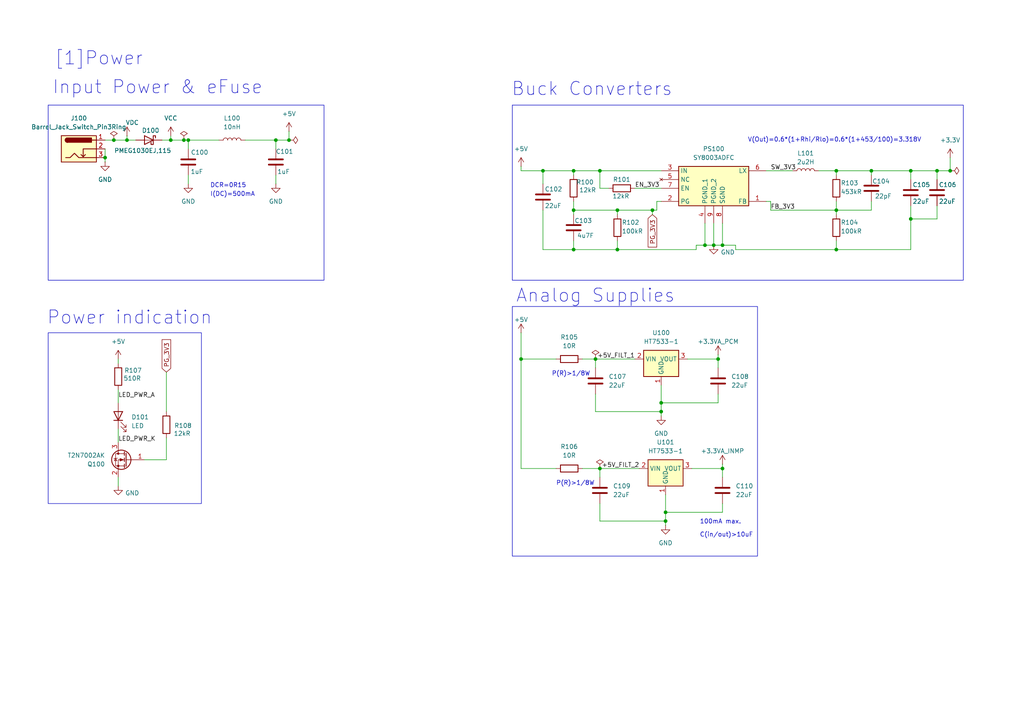
<source format=kicad_sch>
(kicad_sch (version 20231120) (generator "eeschema") (generator_version "8.0")
  (paper "A4")
  (lib_symbols
    (symbol "+5V_1" (power) (pin_numbers hide) (pin_names (offset 0) hide)
      (property "Value" "+5V" (at 0 3.556 0))
      (symbol "+5V_1_0_1"
        (polyline (pts (xy -0.762 1.27) (xy 0 2.54)))
        (polyline (pts (xy 0 0) (xy 0 2.54)))
        (polyline (pts (xy 0 2.54) (xy 0.762 1.27)))
      )
      (symbol "+5V_1_1_1"
        (pin power_in line (at 0 0 90) (length 0) (name "~") (number "1"))
      )
    )
    (symbol "Connector:Barrel_Jack_Switch_Pin3Ring" (pin_names hide)
      (property "Reference" "J" (at 0 5.334 0))
      (property "Value" "Barrel_Jack_Switch_Pin3Ring" (at 0 -5.08 0))
      (symbol "Barrel_Jack_Switch_Pin3Ring_0_1"
        (rectangle (start -5.08 3.81) (end 5.08 -3.81) (stroke (width 0.254)) (fill (type background)))
        (arc (start -3.302 3.175) (mid -3.9343 2.54) (end -3.302 1.905) (stroke (width 0.254)))
        (arc (start -3.302 3.175) (mid -3.9343 2.54) (end -3.302 1.905) (stroke (width 0.254)) (fill (type outline)))
        (polyline (pts (xy 1.27 -2.286) (xy 1.905 -1.651)) (stroke (width 0.254)))
        (polyline (pts (xy 5.08 2.54) (xy 3.81 2.54)) (stroke (width 0.254)))
        (polyline (pts (xy 5.08 0) (xy 1.27 0) (xy 1.27 -2.286) (xy 0.635 -1.651)) (stroke (width 0.254)))
        (polyline (pts (xy -3.81 -2.54) (xy -2.54 -2.54) (xy -1.27 -1.27) (xy 0 -2.54) (xy 2.54 -2.54) (xy 5.08 -2.54)) (stroke (width 0.254)))
        (rectangle (start 3.683 3.175) (end -3.302 1.905) (stroke (width 0.254)) (fill (type outline)))
      )
      (symbol "Barrel_Jack_Switch_Pin3Ring_1_1"
        (pin passive line (at 7.62 2.54 180) (length 2.54) (name "~") (number "1"))
        (pin passive line (at 7.62 0 180) (length 2.54) (name "~") (number "2"))
        (pin passive line (at 7.62 -2.54 180) (length 2.54) (name "~") (number "3"))
      )
    )
    (symbol "Device:C" (pin_numbers hide) (pin_names (offset 0.254))
      (property "Reference" "C" (at 0.635 2.54 0))
      (property "Value" "C" (at 0.635 -2.54 0))
      (symbol "C_0_1"
        (polyline (pts (xy -2.032 -0.762) (xy 2.032 -0.762)) (stroke (width 0.508)))
        (polyline (pts (xy -2.032 0.762) (xy 2.032 0.762)) (stroke (width 0.508)))
      )
      (symbol "C_1_1"
        (pin passive line (at 0 3.81 270) (length 2.794) (name "~") (number "1"))
        (pin passive line (at 0 -3.81 90) (length 2.794) (name "~") (number "2"))
      )
    )
    (symbol "Device:D_Schottky" (pin_numbers hide) (pin_names (offset 1.016) hide)
      (property "Reference" "D" (at 0 2.54 0))
      (property "Value" "D_Schottky" (at 0 -2.54 0))
      (symbol "D_Schottky_0_1"
        (polyline (pts (xy 1.27 0) (xy -1.27 0)))
        (polyline (pts (xy 1.27 1.27) (xy 1.27 -1.27) (xy -1.27 0) (xy 1.27 1.27)) (stroke (width 0.254)))
        (polyline (pts (xy -1.905 0.635) (xy -1.905 1.27) (xy -1.27 1.27) (xy -1.27 -1.27) (xy -0.635 -1.27) (xy -0.635 -0.635)) (stroke (width 0.254)))
      )
      (symbol "D_Schottky_1_1"
        (pin passive line (at -3.81 0 0) (length 2.54) (name "K") (number "1"))
        (pin passive line (at 3.81 0 180) (length 2.54) (name "A") (number "2"))
      )
    )
    (symbol "Device:L" (pin_numbers hide) (pin_names (offset 1.016) hide)
      (property "Reference" "L" (at -1.27 0 90))
      (property "Value" "L" (at 1.905 0 90))
      (symbol "L_0_1"
        (arc (start 0 -2.54) (mid 0.6323 -1.905) (end 0 -1.27))
        (arc (start 0 -1.27) (mid 0.6323 -0.635) (end 0 0))
        (arc (start 0 0) (mid 0.6323 0.635) (end 0 1.27))
        (arc (start 0 1.27) (mid 0.6323 1.905) (end 0 2.54))
      )
      (symbol "L_1_1"
        (pin passive line (at 0 3.81 270) (length 1.27) (name "1") (number "1"))
        (pin passive line (at 0 -3.81 90) (length 1.27) (name "2") (number "2"))
      )
    )
    (symbol "Device:LED" (pin_numbers hide) (pin_names (offset 1.016) hide)
      (property "Reference" "D" (at 0 2.54 0))
      (property "Value" "LED" (at 0 -2.54 0))
      (symbol "LED_0_1"
        (polyline (pts (xy -1.27 -1.27) (xy -1.27 1.27)) (stroke (width 0.254)))
        (polyline (pts (xy -1.27 0) (xy 1.27 0)))
        (polyline (pts (xy 1.27 -1.27) (xy 1.27 1.27) (xy -1.27 0) (xy 1.27 -1.27)) (stroke (width 0.254)))
        (polyline (pts (xy -3.048 -0.762) (xy -4.572 -2.286) (xy -3.81 -2.286) (xy -4.572 -2.286) (xy -4.572 -1.524)))
        (polyline (pts (xy -1.778 -0.762) (xy -3.302 -2.286) (xy -2.54 -2.286) (xy -3.302 -2.286) (xy -3.302 -1.524)))
      )
      (symbol "LED_1_1"
        (pin passive line (at -3.81 0 0) (length 2.54) (name "K") (number "1"))
        (pin passive line (at 3.81 0 180) (length 2.54) (name "A") (number "2"))
      )
    )
    (symbol "Device:R" (pin_numbers hide) (pin_names (offset 0))
      (property "Reference" "R" (at 2.032 0 90))
      (property "Value" "R" (at 0 0 90))
      (symbol "R_0_1"
        (rectangle (start -1.016 -2.54) (end 1.016 2.54) (stroke (width 0.254)))
      )
      (symbol "R_1_1"
        (pin passive line (at 0 3.81 270) (length 1.27) (name "~") (number "1"))
        (pin passive line (at 0 -3.81 90) (length 1.27) (name "~") (number "2"))
      )
    )
    (symbol "Regulator_Linear:HT75xx-1-SOT89"
      (property "Reference" "U" (at -5.08 -3.81 0))
      (property "Value" "HT75xx-1-SOT89" (at 0 6.35 0))
      (symbol "HT75xx-1-SOT89_0_1"
        (rectangle (start -5.08 5.08) (end 5.08 -2.54) (stroke (width 0.254)) (fill (type background)))
      )
      (symbol "HT75xx-1-SOT89_1_1"
        (pin power_in line (at 0 -5.08 90) (length 2.54) (name "GND") (number "1"))
        (pin power_in line (at -7.62 2.54 0) (length 2.54) (name "VIN") (number "2"))
        (pin power_out line (at 7.62 2.54 180) (length 2.54) (name "VOUT") (number "3"))
      )
    )
    (symbol "Transistor_FET:T2N7002AK" (pin_names hide)
      (property "Reference" "Q" (at 5.08 1.905 0))
      (property "Value" "T2N7002AK" (at 5.08 0 0))
      (symbol "T2N7002AK_0_1"
        (polyline (pts (xy 0.254 0) (xy -2.54 0)))
        (polyline (pts (xy 0.254 1.905) (xy 0.254 -1.905)) (stroke (width 0.254)))
        (polyline (pts (xy 0.762 -1.27) (xy 0.762 -2.286)) (stroke (width 0.254)))
        (polyline (pts (xy 0.762 0.508) (xy 0.762 -0.508)) (stroke (width 0.254)))
        (polyline (pts (xy 0.762 2.286) (xy 0.762 1.27)) (stroke (width 0.254)))
        (polyline (pts (xy 2.54 2.54) (xy 2.54 1.778)))
        (polyline (pts (xy 2.54 -2.54) (xy 2.54 0) (xy 0.762 0)))
        (polyline (pts (xy 0.762 -1.778) (xy 3.302 -1.778) (xy 3.302 1.778) (xy 0.762 1.778)))
        (polyline (pts (xy 1.016 0) (xy 2.032 0.381) (xy 2.032 -0.381) (xy 1.016 0)) (fill (type outline)))
        (polyline (pts (xy 2.794 0.508) (xy 2.921 0.381) (xy 3.683 0.381) (xy 3.81 0.254)))
        (polyline (pts (xy 3.302 0.381) (xy 2.921 -0.254) (xy 3.683 -0.254) (xy 3.302 0.381)))
        (circle (center 1.651 0) (radius 2.794) (stroke (width 0.254)))
        (circle (center 2.54 -1.778) (radius 0.254) (fill (type outline)))
        (circle (center 2.54 1.778) (radius 0.254) (fill (type outline)))
      )
      (symbol "T2N7002AK_1_1"
        (pin input line (at -5.08 0 0) (length 2.54) (name "G") (number "1"))
        (pin passive line (at 2.54 -5.08 90) (length 2.54) (name "S") (number "2"))
        (pin passive line (at 2.54 5.08 270) (length 2.54) (name "D") (number "3"))
      )
    )
    (symbol "power:+3.3V" (power) (pin_numbers hide) (pin_names (offset 0) hide)
      (property "Value" "+3.3V" (at 0 3.556 0))
      (symbol "+3.3V_0_1"
        (polyline (pts (xy -0.762 1.27) (xy 0 2.54)))
        (polyline (pts (xy 0 0) (xy 0 2.54)))
        (polyline (pts (xy 0 2.54) (xy 0.762 1.27)))
      )
      (symbol "+3.3V_1_1"
        (pin power_in line (at 0 0 90) (length 0) (name "~") (number "1"))
      )
    )
    (symbol "power:+3.3VA" (power) (pin_numbers hide) (pin_names (offset 0) hide)
      (property "Value" "+3.3VA" (at 0 3.556 0))
      (symbol "+3.3VA_0_1"
        (polyline (pts (xy -0.762 1.27) (xy 0 2.54)))
        (polyline (pts (xy 0 0) (xy 0 2.54)))
        (polyline (pts (xy 0 2.54) (xy 0.762 1.27)))
      )
      (symbol "+3.3VA_1_1"
        (pin power_in line (at 0 0 90) (length 0) (name "~") (number "1"))
      )
    )
    (symbol "power:+5V" (power) (pin_numbers hide) (pin_names (offset 0) hide)
      (property "Value" "+5V" (at 0 3.556 0))
      (symbol "+5V_0_1"
        (polyline (pts (xy -0.762 1.27) (xy 0 2.54)))
        (polyline (pts (xy 0 0) (xy 0 2.54)))
        (polyline (pts (xy 0 2.54) (xy 0.762 1.27)))
      )
      (symbol "+5V_1_1"
        (pin power_in line (at 0 0 90) (length 0) (name "~") (number "1"))
      )
    )
    (symbol "power:GND" (power) (pin_numbers hide) (pin_names (offset 0) hide)
      (property "Value" "GND" (at 0 -3.81 0))
      (symbol "GND_0_1"
        (polyline (pts (xy 0 0) (xy 0 -1.27) (xy 1.27 -1.27) (xy 0 -2.54) (xy -1.27 -1.27) (xy 0 -1.27)))
      )
      (symbol "GND_1_1"
        (pin power_in line (at 0 0 270) (length 0) (name "~") (number "1"))
      )
    )
    (symbol "power:PWR_FLAG" (power) (pin_numbers hide) (pin_names (offset 0) hide)
      (property "Value" "PWR_FLAG" (at 0 3.81 0))
      (symbol "PWR_FLAG_0_0"
        (pin power_out line (at 0 0 90) (length 0) (name "~") (number "1"))
      )
      (symbol "PWR_FLAG_0_1"
        (polyline (pts (xy 0 0) (xy 0 1.27) (xy -1.016 1.905) (xy 0 2.54) (xy 1.016 1.905) (xy 0 1.27)))
      )
    )
    (symbol "power:VCC" (power) (pin_numbers hide) (pin_names (offset 0) hide)
      (property "Value" "VCC" (at 0 3.556 0))
      (symbol "VCC_0_1"
        (polyline (pts (xy -0.762 1.27) (xy 0 2.54)))
        (polyline (pts (xy 0 0) (xy 0 2.54)))
        (polyline (pts (xy 0 2.54) (xy 0.762 1.27)))
      )
      (symbol "VCC_1_1"
        (pin power_in line (at 0 0 90) (length 0) (name "~") (number "1"))
      )
    )
    (symbol "power:VDC" (power) (pin_numbers hide) (pin_names (offset 0) hide)
      (property "Value" "VDC" (at 0 3.556 0))
      (symbol "VDC_0_1"
        (polyline (pts (xy -0.762 1.27) (xy 0 2.54)))
        (polyline (pts (xy 0 0) (xy 0 2.54)))
        (polyline (pts (xy 0 2.54) (xy 0.762 1.27)))
      )
      (symbol "VDC_1_1"
        (pin power_in line (at 0 0 90) (length 0) (name "~") (number "1"))
      )
    )
    (symbol "rpi_pico_media_board_power:SY8003ADFC"
      (property "Reference" "PS" (at 4.318 4.826 0))
      (property "Value" "SY8003ADFC" (at 4.318 2.286 0))
      (symbol "SY8003ADFC_1_1"
        (rectangle (start 0 0) (end 20.32 -11.43) (stroke (width 0.254)) (fill (type background)))
        (pin passive line (at 25.4 -10.16 180) (length 5.08) (name "FB") (number "1"))
        (pin passive line (at -5.08 -10.16 0) (length 5.08) (name "PG") (number "2"))
        (pin passive line (at -5.08 -1.27 0) (length 5.08) (name "IN") (number "3"))
        (pin passive line (at 7.62 -16.51 90) (length 5.08) (name "PGND_1") (number "4"))
        (pin no_connect line (at -5.08 -3.81 0) (length 5.08) (name "NC") (number "5"))
        (pin passive line (at 25.4 -1.27 180) (length 5.08) (name "LX") (number "6"))
        (pin passive line (at -5.08 -6.35 0) (length 5.08) (name "EN") (number "7"))
        (pin passive line (at 12.7 -16.51 90) (length 5.08) (name "SGND") (number "8"))
        (pin passive line (at 10.16 -16.51 90) (length 5.08) (name "PGND_2") (number "9"))
      )
    )
  )
  (junction (at 193.04 151.13))
  (junction (at 271.78 49.53))
  (junction (at 204.47 71.12))
  (junction (at 166.37 60.96))
  (junction (at 209.55 71.12))
  (junction (at 193.04 148.59))
  (junction (at 173.99 49.53))
  (junction (at 172.72 104.14))
  (junction (at 191.77 119.38))
  (junction (at 179.07 60.96))
  (junction (at 80.01 40.64))
  (junction (at 179.07 72.39))
  (junction (at 166.37 49.53))
  (junction (at 207.01 71.12))
  (junction (at 157.48 49.53))
  (junction (at 242.57 60.96))
  (junction (at 83.82 40.64))
  (junction (at 33.02 40.64))
  (junction (at 173.99 135.89))
  (junction (at 53.34 40.64))
  (junction (at 189.23 60.96))
  (junction (at 191.77 116.84))
  (junction (at 54.61 40.64))
  (junction (at 208.28 104.14))
  (junction (at 252.73 49.53))
  (junction (at 166.37 72.39))
  (junction (at 151.13 104.14))
  (junction (at 209.55 135.89))
  (junction (at 242.57 49.53))
  (junction (at 264.16 63.5))
  (junction (at 264.16 49.53))
  (junction (at 36.83 40.64))
  (junction (at 242.57 72.39))
  (junction (at 30.48 45.72))
  (junction (at 275.59 49.53))
  (junction (at 49.53 40.64))
  (wire (pts (xy 264.16 49.53) (xy 264.16 52.07)))
  (wire (pts (xy 193.04 151.13) (xy 193.04 152.4)))
  (wire (pts (xy 36.83 40.64) (xy 36.83 39.37)))
  (wire (pts (xy 264.16 59.69) (xy 264.16 63.5)))
  (wire (pts (xy 151.13 135.89) (xy 161.29 135.89)))
  (wire (pts (xy 271.78 59.69) (xy 271.78 63.5)))
  (wire (pts (xy 213.36 72.39) (xy 213.36 71.12)))
  (wire (pts (xy 271.78 63.5) (xy 264.16 63.5)))
  (wire (pts (xy 151.13 104.14) (xy 161.29 104.14)))
  (wire (pts (xy 208.28 102.87) (xy 208.28 104.14)))
  (wire (pts (xy 151.13 48.26) (xy 151.13 49.53)))
  (wire (pts (xy 30.48 45.72) (xy 30.48 46.99)))
  (wire (pts (xy 166.37 60.96) (xy 179.07 60.96)))
  (wire (pts (xy 172.72 104.14) (xy 184.15 104.14)))
  (wire (pts (xy 252.73 49.53) (xy 264.16 49.53)))
  (wire (pts (xy 48.26 107.95) (xy 48.26 119.38)))
  (wire (pts (xy 252.73 58.42) (xy 252.73 60.96)))
  (wire (pts (xy 242.57 49.53) (xy 237.49 49.53)))
  (wire (pts (xy 191.77 119.38) (xy 172.72 119.38)))
  (wire (pts (xy 80.01 43.18) (xy 80.01 40.64)))
  (wire (pts (xy 191.77 119.38) (xy 191.77 120.65)))
  (wire (pts (xy 54.61 53.34) (xy 54.61 50.8)))
  (wire (pts (xy 209.55 138.43) (xy 209.55 135.89)))
  (wire (pts (xy 80.01 40.64) (xy 83.82 40.64)))
  (wire (pts (xy 168.91 104.14) (xy 172.72 104.14)))
  (wire (pts (xy 201.93 72.39) (xy 201.93 71.12)))
  (wire (pts (xy 33.02 40.64) (xy 36.83 40.64)))
  (wire (pts (xy 34.29 138.43) (xy 34.29 140.97)))
  (wire (pts (xy 271.78 49.53) (xy 271.78 52.07)))
  (wire (pts (xy 179.07 60.96) (xy 179.07 62.23)))
  (wire (pts (xy 49.53 40.64) (xy 49.53 39.37)))
  (wire (pts (xy 48.26 127) (xy 48.26 133.35)))
  (wire (pts (xy 242.57 49.53) (xy 252.73 49.53)))
  (wire (pts (xy 242.57 49.53) (xy 242.57 50.8)))
  (wire (pts (xy 242.57 60.96) (xy 242.57 62.23)))
  (wire (pts (xy 157.48 49.53) (xy 166.37 49.53)))
  (wire (pts (xy 264.16 63.5) (xy 264.16 72.39)))
  (wire (pts (xy 166.37 49.53) (xy 173.99 49.53)))
  (wire (pts (xy 201.93 71.12) (xy 204.47 71.12)))
  (wire (pts (xy 184.15 54.61) (xy 191.77 54.61)))
  (wire (pts (xy 209.55 148.59) (xy 209.55 146.05)))
  (wire (pts (xy 151.13 49.53) (xy 157.48 49.53)))
  (wire (pts (xy 190.5 58.42) (xy 190.5 60.96)))
  (wire (pts (xy 193.04 148.59) (xy 209.55 148.59)))
  (wire (pts (xy 209.55 71.12) (xy 207.01 71.12)))
  (wire (pts (xy 209.55 64.77) (xy 209.55 71.12)))
  (wire (pts (xy 179.07 72.39) (xy 201.93 72.39)))
  (wire (pts (xy 275.59 49.53) (xy 271.78 49.53)))
  (wire (pts (xy 223.52 60.96) (xy 223.52 58.42)))
  (wire (pts (xy 157.48 72.39) (xy 166.37 72.39)))
  (wire (pts (xy 173.99 146.05) (xy 173.99 151.13)))
  (wire (pts (xy 30.48 43.18) (xy 30.48 45.72)))
  (wire (pts (xy 33.02 40.64) (xy 30.48 40.64)))
  (wire (pts (xy 34.29 113.03) (xy 34.29 116.84)))
  (wire (pts (xy 193.04 151.13) (xy 173.99 151.13)))
  (wire (pts (xy 173.99 49.53) (xy 191.77 49.53)))
  (wire (pts (xy 223.52 60.96) (xy 242.57 60.96)))
  (wire (pts (xy 80.01 53.34) (xy 80.01 50.8)))
  (wire (pts (xy 34.29 104.14) (xy 34.29 105.41)))
  (wire (pts (xy 213.36 71.12) (xy 209.55 71.12)))
  (wire (pts (xy 172.72 114.3) (xy 172.72 119.38)))
  (wire (pts (xy 173.99 54.61) (xy 176.53 54.61)))
  (wire (pts (xy 41.91 133.35) (xy 48.26 133.35)))
  (wire (pts (xy 166.37 72.39) (xy 179.07 72.39)))
  (wire (pts (xy 166.37 58.42) (xy 166.37 60.96)))
  (wire (pts (xy 49.53 40.64) (xy 53.34 40.64)))
  (wire (pts (xy 208.28 116.84) (xy 208.28 114.3)))
  (wire (pts (xy 213.36 72.39) (xy 242.57 72.39)))
  (wire (pts (xy 193.04 148.59) (xy 193.04 151.13)))
  (wire (pts (xy 242.57 58.42) (xy 242.57 60.96)))
  (wire (pts (xy 264.16 72.39) (xy 242.57 72.39)))
  (wire (pts (xy 179.07 60.96) (xy 189.23 60.96)))
  (wire (pts (xy 151.13 104.14) (xy 151.13 135.89)))
  (wire (pts (xy 264.16 49.53) (xy 271.78 49.53)))
  (wire (pts (xy 36.83 40.64) (xy 39.37 40.64)))
  (wire (pts (xy 252.73 60.96) (xy 242.57 60.96)))
  (wire (pts (xy 199.39 104.14) (xy 208.28 104.14)))
  (wire (pts (xy 179.07 69.85) (xy 179.07 72.39)))
  (wire (pts (xy 191.77 111.76) (xy 191.77 116.84)))
  (wire (pts (xy 204.47 71.12) (xy 207.01 71.12)))
  (wire (pts (xy 173.99 49.53) (xy 173.99 54.61)))
  (wire (pts (xy 166.37 50.8) (xy 166.37 49.53)))
  (wire (pts (xy 207.01 64.77) (xy 207.01 71.12)))
  (wire (pts (xy 223.52 58.42) (xy 222.25 58.42)))
  (wire (pts (xy 54.61 40.64) (xy 54.61 43.18)))
  (wire (pts (xy 34.29 124.46) (xy 34.29 128.27)))
  (wire (pts (xy 242.57 69.85) (xy 242.57 72.39)))
  (wire (pts (xy 54.61 40.64) (xy 63.5 40.64)))
  (wire (pts (xy 209.55 134.62) (xy 209.55 135.89)))
  (wire (pts (xy 83.82 38.1) (xy 83.82 40.64)))
  (wire (pts (xy 193.04 143.51) (xy 193.04 148.59)))
  (wire (pts (xy 173.99 135.89) (xy 185.42 135.89)))
  (wire (pts (xy 166.37 60.96) (xy 166.37 62.23)))
  (wire (pts (xy 172.72 104.14) (xy 172.72 106.68)))
  (wire (pts (xy 191.77 116.84) (xy 191.77 119.38)))
  (wire (pts (xy 157.48 53.34) (xy 157.48 49.53)))
  (wire (pts (xy 208.28 106.68) (xy 208.28 104.14)))
  (wire (pts (xy 275.59 45.72) (xy 275.59 49.53)))
  (wire (pts (xy 204.47 64.77) (xy 204.47 71.12)))
  (wire (pts (xy 151.13 96.52) (xy 151.13 104.14)))
  (wire (pts (xy 252.73 49.53) (xy 252.73 50.8)))
  (wire (pts (xy 46.99 40.64) (xy 49.53 40.64)))
  (wire (pts (xy 222.25 49.53) (xy 229.87 49.53)))
  (wire (pts (xy 189.23 62.23) (xy 189.23 60.96)))
  (wire (pts (xy 157.48 60.96) (xy 157.48 72.39)))
  (wire (pts (xy 189.23 60.96) (xy 190.5 60.96)))
  (wire (pts (xy 53.34 40.64) (xy 54.61 40.64)))
  (wire (pts (xy 166.37 69.85) (xy 166.37 72.39)))
  (wire (pts (xy 191.77 116.84) (xy 208.28 116.84)))
  (wire (pts (xy 200.66 135.89) (xy 209.55 135.89)))
  (wire (pts (xy 191.77 58.42) (xy 190.5 58.42)))
  (wire (pts (xy 173.99 135.89) (xy 173.99 138.43)))
  (wire (pts (xy 168.91 135.89) (xy 173.99 135.89)))
  (wire (pts (xy 71.12 40.64) (xy 80.01 40.64)))
  (rectangle (start 148.59 88.9) (end 219.71 161.29))
  (rectangle (start 148.59 30.48) (end 279.4 81.28))
  (rectangle (start 13.97 96.52) (end 58.42 146.05))
  (rectangle (start 13.97 30.48) (end 93.98 81.28))
  (text "Analog Supplies" (at 172.72 85.852 0) (effects (font (size 3.81 3.81))))
  (text "Power indication" (at 37.592 92.202 0) (effects (font (size 3.81 3.81))))
  (text "P(R)>1/8W" (at 160.02 109.22 0) (effects (font (size 1.27 1.27)) (justify left bottom)))
  (text "P(R)>1/8W" (at 161.29 140.97 0) (effects (font (size 1.27 1.27)) (justify left bottom)))
  (text "I(DC)=500mA" (at 60.96 57.15 0) (effects (font (size 1.27 1.27)) (justify left bottom)))
  (text "Input Power & eFuse" (at 45.72 25.4 0) (effects (font (size 3.81 3.81))))
  (text "100mA max." (at 202.946 152.146 0) (effects (font (size 1.27 1.27)) (justify left bottom)))
  (text "[1]Power" (at 28.702 17.018 0) (effects (font (size 3.81 3.81))))
  (text "DCR=0R15" (at 60.96 54.61 0) (effects (font (size 1.27 1.27)) (justify left bottom)))
  (text "C(in/out)>10uF" (at 202.946 155.956 0) (effects (font (size 1.27 1.27)) (justify left bottom)))
  (text "V(Out)=0.6*(1+Rhi/Rlo)=0.6*(1+453/100)=3.318V" (at 242.062 40.64 0) (effects (font (size 1.27 1.27))))
  (text "Buck Converters" (at 171.704 25.908 0) (effects (font (size 3.81 3.81))))
  (label "+5V_FILT_1" (at 184.15 104.14 180))
  (label "EN_3V3" (at 184.15 54.61 0))
  (label "LED_PWR_K" (at 34.29 128.27 0))
  (label "+5V_FILT_2" (at 185.42 135.89 180))
  (label "SW_3V3" (at 223.52 49.53 0))
  (label "FB_3V3" (at 223.52 60.96 0))
  (label "LED_PWR_A" (at 34.29 115.57 0))
  (global_label "PG_3V3" (shape input) (at 189.23 62.23 270) (property "Intersheetrefs" "${INTERSHEET_REFS}" (effects (hide yes))))
  (global_label "PG_3V3" (shape input) (at 48.26 107.95 90) (property "Intersheetrefs" "${INTERSHEET_REFS}" (effects (hide yes))))
  (symbol (lib_id "Device:C") (at 208.28 110.49 0) (unit 1)
    (property "Reference" "C108" (at 212.09 109.22 0) (effects (justify left)))
    (property "Value" "22uF" (at 212.09 111.76 0) (effects (justify left)))
    (property "Footprint" "Capacitor_SMD:C_1206_3216Metric" (effects (hide yes)))
    (property "Manufacturer" "Samwha Capacitor" (effects (hide yes)))
    (property "Manufacturer Part Number" "CS3216X5R226M160NRI" (effects (hide yes)))
  )
  (symbol (lib_id "power:+3.3V") (at 275.59 45.72 0) (unit 1)
    (property "Reference" "#PWR8" (effects (hide yes)))
    (property "Value" "+3.3V" (at 275.59 40.64 0))
    (property "Description" "Power symbol creates a global label with name \"+3.3V\"" (effects (hide yes)))
  )
  (symbol (lib_id "Regulator_Linear:HT75xx-1-SOT89") (at 191.77 106.68 0) (unit 1)
    (property "Reference" "U100" (at 191.77 96.52 0))
    (property "Value" "HT7533-1" (at 191.77 99.06 0))
    (property "Footprint" "Package_TO_SOT_SMD:SOT-89-3" (effects (hide yes)))
    (property "Datasheet" "https://www.holtek.com/documents/10179/116711/HT75xx-1v250.pdf" (effects (hide yes)))
    (property "Manufacturer" "Holtek Semicon" (effects (hide yes)))
    (property "Manufacturer Part Number" "HT7533-1" (effects (hide yes)))
  )
  (symbol (lib_id "Device:C") (at 172.72 110.49 0) (unit 1)
    (property "Reference" "C107" (at 176.53 109.22 0) (effects (justify left)))
    (property "Value" "22uF" (at 176.53 111.76 0) (effects (justify left)))
    (property "Footprint" "Capacitor_SMD:C_1206_3216Metric" (effects (hide yes)))
    (property "Manufacturer" "Samwha Capacitor" (effects (hide yes)))
    (property "Manufacturer Part Number" "CS3216X5R226M160NRI" (effects (hide yes)))
  )
  (symbol (lib_id "power:GND") (at 207.01 71.12 0) (unit 1)
    (property "Reference" "#PWR7" (effects (hide yes)))
    (property "Value" "GND" (at 211.074 73.152 0))
    (property "Description" "Power symbol creates a global label with name \"GND\" , ground" (effects (hide yes)))
  )
  (symbol (lib_id "power:+5V") (at 83.82 38.1 0) (unit 1)
    (property "Reference" "#PWR6" (effects (hide yes)))
    (property "Value" "+5V" (at 83.82 33.02 0))
    (property "Description" "Power symbol creates a global label with name \"+5V\"" (effects (hide yes)))
  )
  (symbol (lib_id "power:+3.3VA") (at 209.55 134.62 0) (unit 1)
    (property "Reference" "#PWR70" (effects (hide yes)))
    (property "Value" "+3.3VA_INMP" (at 209.55 130.81 0))
    (property "Description" "Power symbol creates a global label with name \"+3.3VA\"" (effects (hide yes)))
  )
  (symbol (lib_id "power:PWR_FLAG") (at 172.72 104.14 0) (unit 1)
    (property "Reference" "#FLG5" (effects (hide yes)))
    (property "Value" "PWR_FLAG" (effects (hide yes)))
    (property "Description" "Special symbol for telling ERC where power comes from" (effects (hide yes)))
  )
  (symbol (lib_id "Connector:Barrel_Jack_Switch_Pin3Ring") (at 22.86 43.18 0) (unit 1)
    (property "Reference" "J100" (at 22.86 34.29 0))
    (property "Value" "Barrel_Jack_Switch_Pin3Ring" (at 22.86 36.83 0))
    (property "Footprint" "Connector_BarrelJack:BarrelJack_GCT_DCJ200-10-A_Horizontal" (effects (hide yes)))
    (property "Description" "DC Barrel Jack with an internal switch" (effects (hide yes)))
  )
  (symbol (lib_id "power:GND") (at 191.77 120.65 0) (unit 1)
    (property "Reference" "#PWR13" (effects (hide yes)))
    (property "Value" "GND" (at 191.77 125.73 0))
    (property "Description" "Power symbol creates a global label with name \"GND\" , ground" (effects (hide yes)))
  )
  (symbol (lib_id "Transistor_FET:T2N7002AK") (at 36.83 133.35 0) (mirror y) (unit 1)
    (property "Reference" "Q100" (at 30.48 134.6201 0) (effects (justify left)))
    (property "Value" "T2N7002AK" (at 30.48 132.0801 0) (effects (justify left)))
    (property "Footprint" "Package_TO_SOT_SMD:SOT-23" (effects (hide yes)))
    (property "Datasheet" "https://toshiba.semicon-storage.com/info/docget.jsp?did=29712&prodName=T2N7002AK" (effects (hide yes)))
    (property "Description" "60V Vds, 0.2A Id, N-Channel MOSFET, SOT-23" (effects (hide yes)))
    (property "Manufacturer" "TOSHIBA" (effects (hide yes)))
    (property "Manufacturer Part Number" "T2N7002AK,LM" (effects (hide yes)))
  )
  (symbol (lib_id "Device:R") (at 48.26 123.19 180) (unit 1)
    (property "Reference" "R108" (at 53.086 123.444 0))
    (property "Value" "12kR" (at 52.832 125.73 0))
    (property "Footprint" "Resistor_SMD:R_0603_1608Metric" (effects (hide yes)))
    (property "Description" "Resistor" (effects (hide yes)))
    (property "Manufacturer" "UNI-ROYAL(Uniroyal Elec)" (effects (hide yes)))
    (property "Manufacturer Part Number" "0603WAF1202T5E" (effects (hide yes)))
  )
  (symbol (lib_id "Device:R") (at 242.57 66.04 0) (unit 1)
    (property "Reference" "R104" (at 243.84 64.516 0) (effects (justify left)))
    (property "Value" "100kR" (at 243.84 67.056 0) (effects (justify left)))
    (property "Footprint" "Resistor_SMD:R_0603_1608Metric" (effects (hide yes)))
    (property "Description" "Resistor" (effects (hide yes)))
    (property "Manufacturer" "UNI-ROYAL(Uniroyal Elec)" (effects (hide yes)))
    (property "Manufacturer Part Number" "0603WAF1003T5E" (effects (hide yes)))
  )
  (symbol (lib_id "Device:C") (at 264.16 55.88 0) (unit 1)
    (property "Reference" "C105" (at 264.668 53.594 0) (effects (justify left)))
    (property "Value" "22uF" (at 264.668 58.42 0) (effects (justify left)))
    (property "Footprint" "Capacitor_SMD:C_1206_3216Metric" (effects (hide yes)))
    (property "Description" "Unpolarized capacitor" (effects (hide yes)))
    (property "Manufacturer" "Samwha Capacitor" (effects (hide yes)))
    (property "Manufacturer Part Number" "CS3216X5R226M160NRI" (effects (hide yes)))
  )
  (symbol (lib_id "power:PWR_FLAG") (at 83.82 40.64 270) (unit 1)
    (property "Reference" "#FLG2" (effects (hide yes)))
    (property "Value" "PWR_FLAG" (effects (hide yes)))
    (property "Description" "Special symbol for telling ERC where power comes from" (effects (hide yes)))
  )
  (symbol (lib_name "+5V_1") (lib_id "power:+5V") (at 151.13 96.52 0) (unit 1)
    (property "Reference" "#PWR12" (effects (hide yes)))
    (property "Value" "+5V" (at 151.13 92.71 0))
    (property "Description" "Power symbol creates a global label with name \"+5V\"" (effects (hide yes)))
  )
  (symbol (lib_id "rpi_pico_media_board_power:SY8003ADFC") (at 196.85 48.26 0) (unit 1)
    (property "Reference" "PS100" (at 207.01 43.18 0))
    (property "Value" "SY8003ADFC" (at 207.01 45.72 0))
    (property "Footprint" "rpi_pico_media_board_power:SON50P200X200X65-9N" (effects (hide yes)))
    (property "Datasheet" "https://datasheet.lcsc.com/lcsc/1808011444_Silergy-Corp-SY8003ADFC_C178236.pdf" (effects (hide yes)))
    (property "Description" "Yes Step-down type -40~+85@(Ta) 1 Step-down 3A 2.7V~5V 1MHz DFN-8 DC-DC Converters ROHS" (effects (hide yes)))
    (property "Height" "0.65" (effects (hide yes)))
    (property "Manufacturer" "Silergy" (effects (hide yes)))
    (property "Manufacturer Part Number" "SY8003ADFC" (effects (hide yes)))
  )
  (symbol (lib_id "power:GND") (at 54.61 53.34 0) (mirror y) (unit 1)
    (property "Reference" "#PWR4" (effects (hide yes)))
    (property "Value" "GND" (at 54.61 58.42 0))
    (property "Description" "Power symbol creates a global label with name \"GND\" , ground" (effects (hide yes)))
  )
  (symbol (lib_id "Device:C") (at 80.01 46.99 0) (mirror y) (unit 1)
    (property "Reference" "C101" (at 85.09 43.942 0) (effects (justify left)))
    (property "Value" "1uF" (at 84.074 49.784 0) (effects (justify left)))
    (property "Footprint" "Capacitor_SMD:C_0603_1608Metric" (effects (hide yes)))
    (property "Manufacturer" "Samsung Electro-Mechanics" (effects (hide yes)))
    (property "Manufacturer Part Number" "CL10A105KB8NNNC" (effects (hide yes)))
  )
  (symbol (lib_id "power:VCC") (at 49.53 39.37 0) (unit 1)
    (property "Reference" "#PWR3" (effects (hide yes)))
    (property "Value" "VCC" (at 49.53 34.29 0))
    (property "Description" "Power symbol creates a global label with name \"VCC\"" (effects (hide yes)))
  )
  (symbol (lib_id "Device:R") (at 165.1 104.14 270) (unit 1)
    (property "Reference" "R105" (at 165.1 97.79 90))
    (property "Value" "10R" (at 165.1 100.33 90))
    (property "Footprint" "Resistor_SMD:R_0805_2012Metric" (effects (hide yes)))
    (property "Manufacturer" "UNI-ROYAL(Uniroyal Elec)" (effects (hide yes)))
    (property "Manufacturer Part Number" "0805W8F100JT5E" (effects (hide yes)))
  )
  (symbol (lib_id "power:GND") (at 34.29 140.97 0) (unit 1)
    (property "Reference" "#PWR11" (effects (hide yes)))
    (property "Value" "GND" (at 38.354 143.002 0))
    (property "Description" "Power symbol creates a global label with name \"GND\" , ground" (effects (hide yes)))
  )
  (symbol (lib_id "Device:R") (at 242.57 54.61 0) (unit 1)
    (property "Reference" "R103" (at 243.84 53.086 0) (effects (justify left)))
    (property "Value" "453kR" (at 243.84 55.626 0) (effects (justify left)))
    (property "Footprint" "Resistor_SMD:R_0603_1608Metric" (effects (hide yes)))
    (property "Description" "Resistor" (effects (hide yes)))
    (property "Manufacturer" "UNI-ROYAL(Uniroyal Elec)" (effects (hide yes)))
    (property "Manufacturer Part Number" "0603WAF4533T5E" (effects (hide yes)))
  )
  (symbol (lib_id "Device:C") (at 271.78 55.88 0) (unit 1)
    (property "Reference" "C106" (at 272.288 53.594 0) (effects (justify left)))
    (property "Value" "22uF" (at 272.288 58.42 0) (effects (justify left)))
    (property "Footprint" "Capacitor_SMD:C_1206_3216Metric" (effects (hide yes)))
    (property "Description" "Unpolarized capacitor" (effects (hide yes)))
    (property "Manufacturer" "Samwha Capacitor" (effects (hide yes)))
    (property "Manufacturer Part Number" "CS3216X5R226M160NRI" (effects (hide yes)))
  )
  (symbol (lib_id "Device:C") (at 54.61 46.99 0) (mirror y) (unit 1)
    (property "Reference" "C100" (at 60.452 44.196 0) (effects (justify left)))
    (property "Value" "1uF" (at 58.928 49.784 0) (effects (justify left)))
    (property "Footprint" "Capacitor_SMD:C_0603_1608Metric" (effects (hide yes)))
    (property "Manufacturer" "Samsung Electro-Mechanics" (effects (hide yes)))
    (property "Manufacturer Part Number" "CL10A105KB8NNNC" (effects (hide yes)))
  )
  (symbol (lib_id "power:PWR_FLAG") (at 53.34 40.64 0) (unit 1)
    (property "Reference" "#FLG4" (effects (hide yes)))
    (property "Value" "PWR_FLAG" (effects (hide yes)))
    (property "Description" "Special symbol for telling ERC where power comes from" (effects (hide yes)))
  )
  (symbol (lib_id "power:PWR_FLAG") (at 33.02 40.64 0) (unit 1)
    (property "Reference" "#FLG1" (effects (hide yes)))
    (property "Value" "PWR_FLAG" (effects (hide yes)))
    (property "Description" "Special symbol for telling ERC where power comes from" (effects (hide yes)))
  )
  (symbol (lib_id "Regulator_Linear:HT75xx-1-SOT89") (at 193.04 138.43 0) (unit 1)
    (property "Reference" "U101" (at 193.04 128.27 0))
    (property "Value" "HT7533-1" (at 193.04 130.81 0))
    (property "Footprint" "Package_TO_SOT_SMD:SOT-89-3" (effects (hide yes)))
    (property "Datasheet" "https://www.holtek.com/documents/10179/116711/HT75xx-1v250.pdf" (effects (hide yes)))
    (property "Manufacturer" "Holtek Semicon" (effects (hide yes)))
    (property "Manufacturer Part Number" "HT7533-1" (effects (hide yes)))
  )
  (symbol (lib_id "Device:LED") (at 34.29 120.65 90) (unit 1)
    (property "Reference" "D101" (at 38.1 120.9674 90) (effects (justify right)))
    (property "Value" "LED" (at 38.1 123.5074 90) (effects (justify right)))
    (property "Footprint" "LED_SMD:LED_0603_1608Metric" (effects (hide yes)))
    (property "Description" "Light emitting diode" (effects (hide yes)))
    (property "Manufacturer" "XINGLIGHT" (effects (hide yes)))
    (property "Manufacturer Part Number" "XL-1608SURC-06" (effects (hide yes)))
  )
  (symbol (lib_id "Device:R") (at 34.29 109.22 180) (unit 1)
    (property "Reference" "R107" (at 38.608 107.442 0))
    (property "Value" "510R" (at 38.354 109.728 0))
    (property "Footprint" "Resistor_SMD:R_0603_1608Metric" (effects (hide yes)))
    (property "Description" "Resistor" (effects (hide yes)))
    (property "Manufacturer" "UNI-ROYAL(Uniroyal Elec)" (effects (hide yes)))
    (property "Manufacturer Part Number" "0603WAF5100T5E" (effects (hide yes)))
  )
  (symbol (lib_id "Device:C") (at 252.73 54.61 0) (unit 1)
    (property "Reference" "C104" (at 252.984 52.578 0) (effects (justify left)))
    (property "Value" "22pF" (at 253.746 56.896 0) (effects (justify left)))
    (property "Footprint" "Capacitor_SMD:C_0603_1608Metric" (effects (hide yes)))
    (property "Description" "Unpolarized capacitor" (effects (hide yes)))
    (property "Manufacturer" "Samsung Electro-Mechanics" (effects (hide yes)))
    (property "Manufacturer Part Number" "CL10C220JB8NNNC" (effects (hide yes)))
  )
  (symbol (lib_id "power:VDC") (at 36.83 39.37 0) (unit 1)
    (property "Reference" "#PWR2" (effects (hide yes)))
    (property "Value" "VDC" (at 38.354 35.56 0))
    (property "Description" "Power symbol creates a global label with name \"VDC\"" (effects (hide yes)))
  )
  (symbol (lib_id "Device:C") (at 157.48 57.15 0) (unit 1)
    (property "Reference" "C102" (at 157.988 54.864 0) (effects (justify left)))
    (property "Value" "22uF" (at 157.988 59.69 0) (effects (justify left)))
    (property "Footprint" "Capacitor_SMD:C_1206_3216Metric" (effects (hide yes)))
    (property "Description" "Unpolarized capacitor" (effects (hide yes)))
    (property "Manufacturer" "Samwha Capacitor" (effects (hide yes)))
    (property "Manufacturer Part Number" "CS3216X5R226M160NRI" (effects (hide yes)))
  )
  (symbol (lib_id "power:GND") (at 193.04 152.4 0) (unit 1)
    (property "Reference" "#PWR69" (effects (hide yes)))
    (property "Value" "GND" (at 193.04 157.48 0))
    (property "Description" "Power symbol creates a global label with name \"GND\" , ground" (effects (hide yes)))
  )
  (symbol (lib_id "power:PWR_FLAG") (at 173.99 135.89 0) (unit 1)
    (property "Reference" "#FLG7" (effects (hide yes)))
    (property "Value" "PWR_FLAG" (effects (hide yes)))
    (property "Description" "Special symbol for telling ERC where power comes from" (effects (hide yes)))
  )
  (symbol (lib_id "Device:R") (at 180.34 54.61 90) (unit 1)
    (property "Reference" "R101" (at 180.34 52.07 90))
    (property "Value" "12kR" (at 180.086 56.896 90))
    (property "Footprint" "Resistor_SMD:R_0603_1608Metric" (effects (hide yes)))
    (property "Description" "Resistor" (effects (hide yes)))
    (property "Manufacturer" "UNI-ROYAL(Uniroyal Elec)" (effects (hide yes)))
    (property "Manufacturer Part Number" "0603WAF1202T5E" (effects (hide yes)))
  )
  (symbol (lib_id "power:+5V") (at 34.29 104.14 0) (unit 1)
    (property "Reference" "#PWR10" (effects (hide yes)))
    (property "Value" "+5V" (at 34.29 99.06 0))
    (property "Description" "Power symbol creates a global label with name \"+5V\"" (effects (hide yes)))
  )
  (symbol (lib_id "power:GND") (at 80.01 53.34 0) (mirror y) (unit 1)
    (property "Reference" "#PWR5" (effects (hide yes)))
    (property "Value" "GND" (at 80.01 58.42 0))
    (property "Description" "Power symbol creates a global label with name \"GND\" , ground" (effects (hide yes)))
  )
  (symbol (lib_id "Device:C") (at 173.99 142.24 0) (unit 1)
    (property "Reference" "C109" (at 177.8 140.97 0) (effects (justify left)))
    (property "Value" "22uF" (at 177.8 143.51 0) (effects (justify left)))
    (property "Footprint" "Capacitor_SMD:C_1206_3216Metric" (effects (hide yes)))
    (property "Manufacturer" "Samwha Capacitor" (effects (hide yes)))
    (property "Manufacturer Part Number" "CS3216X5R226M160NRI" (effects (hide yes)))
  )
  (symbol (lib_id "Device:L") (at 233.68 49.53 90) (unit 1)
    (property "Reference" "L101" (at 233.68 44.45 90))
    (property "Value" "2u2H" (at 233.68 46.99 90))
    (property "Footprint" "Inductor_SMD:L_1008_2520Metric" (effects (hide yes)))
    (property "Description" "Inductor" (effects (hide yes)))
    (property "Manufacturer" "Murata Electronics" (effects (hide yes)))
    (property "Manufacturer Part Number" "LQM2HPN2R2MG0L" (effects (hide yes)))
  )
  (symbol (lib_id "Device:L") (at 67.31 40.64 90) (unit 1)
    (property "Reference" "L100" (at 67.31 34.29 90))
    (property "Value" "10nH" (at 67.31 36.83 90))
    (property "Footprint" "Inductor_SMD:L_0603_1608Metric" (effects (hide yes)))
    (property "Manufacturer" "Murata Electronics" (effects (hide yes)))
    (property "Manufacturer Part Number" "LQG18HN10NJ00D" (effects (hide yes)))
  )
  (symbol (lib_id "power:GND") (at 30.48 46.99 0) (unit 1)
    (property "Reference" "#PWR1" (effects (hide yes)))
    (property "Value" "GND" (at 30.48 52.07 0))
    (property "Description" "Power symbol creates a global label with name \"GND\" , ground" (effects (hide yes)))
  )
  (symbol (lib_id "Device:R") (at 179.07 66.04 0) (unit 1)
    (property "Reference" "R102" (at 180.34 64.516 0) (effects (justify left)))
    (property "Value" "100kR" (at 180.34 67.056 0) (effects (justify left)))
    (property "Footprint" "Resistor_SMD:R_0603_1608Metric" (effects (hide yes)))
    (property "Description" "Resistor" (effects (hide yes)))
    (property "Manufacturer" "UNI-ROYAL(Uniroyal Elec)" (effects (hide yes)))
    (property "Manufacturer Part Number" "0603WAF1003T5E" (effects (hide yes)))
  )
  (symbol (lib_id "power:PWR_FLAG") (at 275.59 49.53 270) (unit 1)
    (property "Reference" "#FLG3" (effects (hide yes)))
    (property "Value" "PWR_FLAG" (effects (hide yes)))
    (property "Description" "Special symbol for telling ERC where power comes from" (effects (hide yes)))
  )
  (symbol (lib_id "Device:C") (at 209.55 142.24 0) (unit 1)
    (property "Reference" "C110" (at 213.36 140.97 0) (effects (justify left)))
    (property "Value" "22uF" (at 213.36 143.51 0) (effects (justify left)))
    (property "Footprint" "Capacitor_SMD:C_1206_3216Metric" (effects (hide yes)))
    (property "Manufacturer" "Samwha Capacitor" (effects (hide yes)))
    (property "Manufacturer Part Number" "CS3216X5R226M160NRI" (effects (hide yes)))
  )
  (symbol (lib_id "Device:R") (at 165.1 135.89 270) (unit 1)
    (property "Reference" "R106" (at 165.1 129.54 90))
    (property "Value" "10R" (at 165.1 132.08 90))
    (property "Footprint" "Resistor_SMD:R_0805_2012Metric" (effects (hide yes)))
    (property "Manufacturer" "UNI-ROYAL(Uniroyal Elec)" (effects (hide yes)))
    (property "Manufacturer Part Number" "0805W8F100JT5E" (effects (hide yes)))
  )
  (symbol (lib_id "power:+3.3VA") (at 208.28 102.87 0) (unit 1)
    (property "Reference" "#PWR14" (effects (hide yes)))
    (property "Value" "+3.3VA_PCM" (at 208.28 99.06 0))
    (property "Description" "Power symbol creates a global label with name \"+3.3VA\"" (effects (hide yes)))
  )
  (symbol (lib_id "power:+5V") (at 151.13 48.26 0) (unit 1)
    (property "Reference" "#PWR9" (effects (hide yes)))
    (property "Value" "+5V" (at 151.13 43.18 0))
    (property "Description" "Power symbol creates a global label with name \"+5V\"" (effects (hide yes)))
  )
  (symbol (lib_id "Device:R") (at 166.37 54.61 180) (unit 1)
    (property "Reference" "R100" (at 169.672 52.832 0))
    (property "Value" "12kR" (at 170.434 55.118 0))
    (property "Footprint" "Resistor_SMD:R_0603_1608Metric" (effects (hide yes)))
    (property "Description" "Resistor" (effects (hide yes)))
    (property "Manufacturer" "UNI-ROYAL(Uniroyal Elec)" (effects (hide yes)))
    (property "Manufacturer Part Number" "0603WAF1202T5E" (effects (hide yes)))
  )
  (symbol (lib_id "Device:D_Schottky") (at 43.18 40.64 0) (mirror y) (unit 1)
    (property "Reference" "D100" (at 43.688 37.846 0))
    (property "Value" "PMEG1030EJ,115" (at 41.402 43.688 0))
    (property "Footprint" "Diode_SMD:D_SOD-323F" (effects (hide yes)))
    (property "Datasheet" "https://assets.nexperia.com/documents/data-sheet/PMEG1030EH_EJ.pdf" (effects (hide yes)))
    (property "Description" "Schottky diode" (effects (hide yes)))
    (property "Manufacturer" "Nexperia" (effects (hide yes)))
    (property "Manufacturer Part Number" "PMEG1030EJ,115" (effects (hide yes)))
  )
  (symbol (lib_id "Device:C") (at 166.37 66.04 0) (unit 1)
    (property "Reference" "C103" (at 166.624 64.008 0) (effects (justify left)))
    (property "Value" "4u7F" (at 167.386 68.326 0) (effects (justify left)))
    (property "Footprint" "Capacitor_SMD:C_0603_1608Metric" (effects (hide yes)))
    (property "Description" "Unpolarized capacitor" (effects (hide yes)))
    (property "Manufacturer" "Samsung Electro-Mechanics" (effects (hide yes)))
    (property "Manufacturer Part Number" "CL10A475KP8NNNC" (effects (hide yes)))
  )
)
</source>
